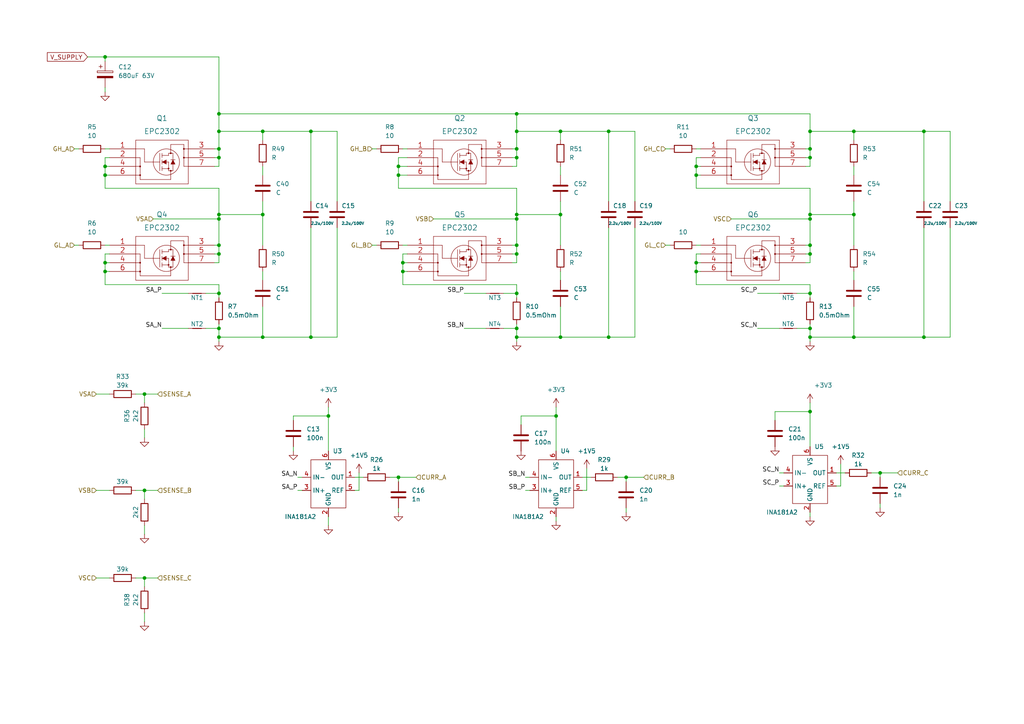
<source format=kicad_sch>
(kicad_sch (version 20211123) (generator eeschema)
  (paper "A4")
  (title_block (title "FROST-ESC") (date "2022-06-24"))
  (lib_symbols
    (symbol "2022-11-21_15-13-14:EPC2302" (pin_names (offset 0.254) hide)
      (property "Reference" "Q" (at 15.24 7.62 0))
      (property "Value" "EPC2302" (at 15.24 5.08 0))
      (symbol "EPC2302_1_1"
        (polyline (pts (xy 7.62 -10.16) (xy 22.86 -10.16)) (stroke (width 0.127)))
        (polyline (pts (xy 7.62 -7.62) (xy 8.89 -7.62)) (stroke (width 0.127)))
        (polyline (pts (xy 7.62 -5.08) (xy 8.89 -5.08)) (stroke (width 0.127)))
        (polyline (pts (xy 7.62 -2.54) (xy 8.89 -2.54)) (stroke (width 0.127)))
        (polyline (pts (xy 7.62 0) (xy 10.16 0)) (stroke (width 0.127)))
        (polyline (pts (xy 7.62 2.54) (xy 7.62 -10.16)) (stroke (width 0.127)))
        (polyline (pts (xy 8.89 -8.89) (xy 17.78 -8.89)) (stroke (width 0.127)))
        (polyline (pts (xy 8.89 -2.54) (xy 8.89 -8.89)) (stroke (width 0.127)))
        (polyline (pts (xy 10.16 -3.81) (xy 14.605 -3.81)) (stroke (width 0.127)))
        (polyline (pts (xy 10.16 0) (xy 10.16 -3.81)) (stroke (width 0.127)))
        (polyline (pts (xy 14.605 -6.35) (xy 14.605 -1.27)) (stroke (width 0.127)))
        (polyline (pts (xy 15.24 -6.35) (xy 15.24 -5.08)) (stroke (width 0.127)))
        (polyline (pts (xy 15.24 -5.715) (xy 17.145 -5.715)) (stroke (width 0.127)))
        (polyline (pts (xy 15.24 -4.445) (xy 15.24 -3.175)) (stroke (width 0.127)))
        (polyline (pts (xy 15.24 -2.54) (xy 15.24 -1.27)) (stroke (width 0.127)))
        (polyline (pts (xy 15.24 -1.905) (xy 17.145 -1.905)) (stroke (width 0.127)))
        (polyline (pts (xy 16.51 -3.81) (xy 17.145 -3.81)) (stroke (width 0.127)))
        (polyline (pts (xy 17.145 -6.35) (xy 17.145 -3.81)) (stroke (width 0.127)))
        (polyline (pts (xy 17.145 -6.35) (xy 18.415 -6.35)) (stroke (width 0.127)))
        (polyline (pts (xy 17.145 -1.905) (xy 17.145 -1.27)) (stroke (width 0.127)))
        (polyline (pts (xy 17.145 -1.27) (xy 18.415 -1.27)) (stroke (width 0.127)))
        (polyline (pts (xy 17.78 -8.89) (xy 17.78 -6.35)) (stroke (width 0.127)))
        (polyline (pts (xy 17.78 1.27) (xy 17.78 -1.27)) (stroke (width 0.127)))
        (polyline (pts (xy 17.78 1.27) (xy 21.59 1.27)) (stroke (width 0.127)))
        (polyline (pts (xy 18.415 -6.35) (xy 18.415 -4.445)) (stroke (width 0.127)))
        (polyline (pts (xy 18.415 -3.175) (xy 18.415 -1.27)) (stroke (width 0.127)))
        (polyline (pts (xy 19.05 -3.175) (xy 17.78 -3.175)) (stroke (width 0.127)))
        (polyline (pts (xy 21.59 -5.08) (xy 21.59 1.27)) (stroke (width 0.127)))
        (polyline (pts (xy 21.59 -5.08) (xy 22.86 -5.08)) (stroke (width 0.127)))
        (polyline (pts (xy 21.59 -2.54) (xy 22.86 -2.54)) (stroke (width 0.127)))
        (polyline (pts (xy 21.59 0) (xy 22.86 0)) (stroke (width 0.127)))
        (polyline (pts (xy 22.86 -10.16) (xy 22.86 2.54)) (stroke (width 0.127)))
        (polyline (pts (xy 22.86 2.54) (xy 7.62 2.54)) (stroke (width 0.127)))
        (polyline (pts (xy 16.51 -3.175) (xy 15.24 -3.81) (xy 16.51 -4.445) (xy 16.51 -3.175)) (stroke (width 0.0254)) (fill (type outline)))
        (polyline (pts (xy 19.05 -4.445) (xy 17.78 -4.445) (xy 18.415 -3.175) (xy 19.05 -4.445)) (stroke (width 0.0254)) (fill (type outline)))
        (arc (start 8.89 -7.747) (mid 8.89 -7.493) (end 8.89 -7.747) (stroke (width 0.254)))
        (circle (center 8.89 -7.62) (radius 0.127) (stroke (width 0.254)))
        (arc (start 8.89 -5.207) (mid 8.89 -4.953) (end 8.89 -5.207) (stroke (width 0.254)))
        (circle (center 8.89 -5.08) (radius 0.127) (stroke (width 0.254)))
        (circle (center 16.51 -3.81) (radius 3.81) (stroke (width 0.127)))
        (circle (center 17.145 -5.715) (radius 0.127) (stroke (width 0.254)))
        (circle (center 17.78 -6.35) (radius 0.127) (stroke (width 0.254)))
        (circle (center 17.78 -1.27) (radius 0.127) (stroke (width 0.254)))
        (arc (start 21.59 -2.667) (mid 21.59 -2.413) (end 21.59 -2.667) (stroke (width 0.254)))
        (circle (center 21.59 -2.54) (radius 0.127) (stroke (width 0.254)))
        (arc (start 21.59 -0.127) (mid 21.59 0.127) (end 21.59 -0.127) (stroke (width 0.254)))
        (circle (center 21.59 0) (radius 0.127) (stroke (width 0.254)))
        (pin unspecified line (at 0 0 0) (length 7.62) (name "1") (number "1"))
        (pin unspecified line (at 0 -2.54 0) (length 7.62) (name "2") (number "2"))
        (pin unspecified line (at 30.48 0 180) (length 7.62) (name "3") (number "3"))
        (pin unspecified line (at 0 -5.08 0) (length 7.62) (name "4") (number "4"))
        (pin unspecified line (at 30.48 -2.54 180) (length 7.62) (name "5") (number "5"))
        (pin unspecified line (at 0 -7.62 0) (length 7.62) (name "6") (number "6"))
        (pin unspecified line (at 30.48 -5.08 180) (length 7.62) (name "7") (number "7"))
      )
    )
    (symbol "Device:C" (pin_numbers hide) (pin_names (offset 0.254))
      (property "Reference" "C" (at 0.635 2.54 0))
      (property "Value" "C" (at 0.635 -2.54 0))
      (symbol "C_0_1"
        (polyline (pts (xy -2.032 -0.762) (xy 2.032 -0.762)) (stroke (width 0.508)))
        (polyline (pts (xy -2.032 0.762) (xy 2.032 0.762)) (stroke (width 0.508)))
      )
      (symbol "C_1_1"
        (pin passive line (at 0 3.81 270) (length 2.794) (name "~") (number "1"))
        (pin passive line (at 0 -3.81 90) (length 2.794) (name "~") (number "2"))
      )
    )
    (symbol "Device:C_Polarized" (pin_numbers hide) (pin_names (offset 0.254))
      (property "Reference" "C" (at 0.635 2.54 0))
      (property "Value" "C_Polarized" (at 0.635 -2.54 0))
      (symbol "C_Polarized_0_1"
        (rectangle (start -2.286 0.508) (end 2.286 1.016))
        (polyline (pts (xy -1.778 2.286) (xy -0.762 2.286)))
        (polyline (pts (xy -1.27 2.794) (xy -1.27 1.778)))
        (rectangle (start 2.286 -0.508) (end -2.286 -1.016) (fill (type outline)))
      )
      (symbol "C_Polarized_1_1"
        (pin passive line (at 0 3.81 270) (length 2.794) (name "~") (number "1"))
        (pin passive line (at 0 -3.81 90) (length 2.794) (name "~") (number "2"))
      )
    )
    (symbol "Device:NetTie_2" (pin_numbers hide) (pin_names (offset 0) hide)
      (property "Reference" "NT" (at 0 1.27 0))
      (property "Value" "NetTie_2" (at 0 -1.27 0))
      (symbol "NetTie_2_0_1"
        (polyline (pts (xy -1.27 0) (xy 1.27 0)) (stroke (width 0.254)))
      )
      (symbol "NetTie_2_1_1"
        (pin passive line (at -2.54 0 0) (length 2.54) (name "1") (number "1"))
        (pin passive line (at 2.54 0 180) (length 2.54) (name "2") (number "2"))
      )
    )
    (symbol "Device:R" (pin_numbers hide) (pin_names (offset 0))
      (property "Reference" "R" (at 2.032 0 90))
      (property "Value" "R" (at 0 0 90))
      (symbol "R_0_1"
        (rectangle (start -1.016 -2.54) (end 1.016 2.54) (stroke (width 0.254)))
      )
      (symbol "R_1_1"
        (pin passive line (at 0 3.81 270) (length 1.27) (name "~") (number "1"))
        (pin passive line (at 0 -3.81 90) (length 1.27) (name "~") (number "2"))
      )
    )
    (symbol "FROST-ESC:INA181"
      (property "Reference" "U" (at -3.81 2.54 0))
      (property "Value" "INA181" (at 5.08 2.54 0))
      (symbol "INA181_0_1"
        (rectangle (start -5.08 1.27) (end 5.08 -12.7))
      )
      (symbol "INA181_1_1"
        (pin output line (at 7.62 -3.81 180) (length 2.54) (name "OUT") (number "1"))
        (pin power_in line (at 0 -15.24 90) (length 2.54) (name "GND") (number "2"))
        (pin input line (at -7.62 -7.62 0) (length 2.54) (name "IN+") (number "3"))
        (pin input line (at -7.62 -3.81 0) (length 2.54) (name "IN-") (number "4"))
        (pin input line (at 7.62 -7.62 180) (length 2.54) (name "REF") (number "5"))
        (pin power_in line (at 0 3.81 270) (length 2.54) (name "VS") (number "6"))
      )
    )
    (symbol "INA181_1"
      (property "Reference" "U" (at -3.81 2.54 0))
      (property "Value" "INA181_1" (at 5.08 2.54 0))
      (symbol "INA181_1_0_1"
        (rectangle (start -5.08 1.27) (end 5.08 -12.7))
      )
      (symbol "INA181_1_1_1"
        (pin output line (at 7.62 -3.81 180) (length 2.54) (name "OUT") (number "1"))
        (pin power_in line (at 0 -15.24 90) (length 2.54) (name "GND") (number "2"))
        (pin input line (at -7.62 -7.62 0) (length 2.54) (name "IN+") (number "3"))
        (pin input line (at -7.62 -3.81 0) (length 2.54) (name "IN-") (number "4"))
        (pin input line (at 7.62 -7.62 180) (length 2.54) (name "REF") (number "5"))
        (pin power_in line (at 0 3.81 270) (length 2.54) (name "VS") (number "6"))
      )
    )
    (symbol "INA181_2"
      (property "Reference" "U" (at -3.81 2.54 0))
      (property "Value" "INA181_2" (at 5.08 2.54 0))
      (symbol "INA181_2_0_1"
        (rectangle (start -5.08 1.27) (end 5.08 -12.7))
      )
      (symbol "INA181_2_1_1"
        (pin output line (at 7.62 -3.81 180) (length 2.54) (name "OUT") (number "1"))
        (pin power_in line (at 0 -15.24 90) (length 2.54) (name "GND") (number "2"))
        (pin input line (at -7.62 -7.62 0) (length 2.54) (name "IN+") (number "3"))
        (pin input line (at -7.62 -3.81 0) (length 2.54) (name "IN-") (number "4"))
        (pin input line (at 7.62 -7.62 180) (length 2.54) (name "REF") (number "5"))
        (pin power_in line (at 0 3.81 270) (length 2.54) (name "VS") (number "6"))
      )
    )
    (symbol "power:+1V5" (power) (pin_names (offset 0))
      (property "Value" "+1V5" (at 0 3.556 0))
      (symbol "+1V5_0_1"
        (polyline (pts (xy -0.762 1.27) (xy 0 2.54)))
        (polyline (pts (xy 0 0) (xy 0 2.54)))
        (polyline (pts (xy 0 2.54) (xy 0.762 1.27)))
      )
      (symbol "+1V5_1_1"
        (pin power_in line (at 0 0 90) (length 0) hide (name "+1V5") (number "1"))
      )
    )
    (symbol "power:+3V3" (power) (pin_names (offset 0))
      (property "Value" "+3V3" (at 0 3.556 0))
      (symbol "+3V3_0_1"
        (polyline (pts (xy -0.762 1.27) (xy 0 2.54)))
        (polyline (pts (xy 0 0) (xy 0 2.54)))
        (polyline (pts (xy 0 2.54) (xy 0.762 1.27)))
      )
      (symbol "+3V3_1_1"
        (pin power_in line (at 0 0 90) (length 0) hide (name "+3V3") (number "1"))
      )
    )
    (symbol "power:GND" (power) (pin_names (offset 0))
      (property "Value" "GND" (at 0 -3.81 0))
      (symbol "GND_0_1"
        (polyline (pts (xy 0 0) (xy 0 -1.27) (xy 1.27 -1.27) (xy 0 -2.54) (xy -1.27 -1.27) (xy 0 -1.27)))
      )
      (symbol "GND_1_1"
        (pin power_in line (at 0 0 270) (length 0) hide (name "GND") (number "1"))
      )
    )
  )
  (junction (at 255.27 137.16))
  (junction (at 30.48 76.2))
  (junction (at 63.5 71.12))
  (junction (at 76.2 62.23))
  (junction (at 234.95 43.18))
  (junction (at 234.95 63.5))
  (junction (at 63.5 73.66))
  (junction (at 115.57 50.8))
  (junction (at 30.48 16.51))
  (junction (at 149.86 95.25))
  (junction (at 149.86 73.66))
  (junction (at 234.95 119.38))
  (junction (at 267.97 97.79))
  (junction (at 149.86 97.79))
  (junction (at 234.95 85.09))
  (junction (at 76.2 97.79))
  (junction (at 201.93 76.2))
  (junction (at 149.86 38.1))
  (junction (at 162.56 62.23))
  (junction (at 149.86 45.72))
  (junction (at 149.86 85.09))
  (junction (at 181.61 138.43))
  (junction (at 63.5 43.18))
  (junction (at 90.17 38.1))
  (junction (at 30.48 78.74))
  (junction (at 63.5 85.09))
  (junction (at 234.95 38.1))
  (junction (at 234.95 45.72))
  (junction (at 41.91 167.64))
  (junction (at 63.5 33.02))
  (junction (at 161.29 120.65))
  (junction (at 247.65 62.23))
  (junction (at 63.5 95.25))
  (junction (at 234.95 73.66))
  (junction (at 247.65 38.1))
  (junction (at 76.2 38.1))
  (junction (at 234.95 71.12))
  (junction (at 201.93 50.8))
  (junction (at 41.91 114.3))
  (junction (at 234.95 97.79))
  (junction (at 115.57 48.26))
  (junction (at 234.95 62.23))
  (junction (at 267.97 38.1))
  (junction (at 63.5 62.23))
  (junction (at 247.65 97.79))
  (junction (at 116.84 76.2))
  (junction (at 41.91 142.24))
  (junction (at 149.86 62.23))
  (junction (at 30.48 50.8))
  (junction (at 63.5 45.72))
  (junction (at 30.48 48.26))
  (junction (at 176.53 97.79))
  (junction (at 162.56 97.79))
  (junction (at 90.17 97.79))
  (junction (at 201.93 48.26))
  (junction (at 149.86 43.18))
  (junction (at 63.5 63.5))
  (junction (at 116.84 78.74))
  (junction (at 63.5 38.1))
  (junction (at 63.5 97.79))
  (junction (at 176.53 38.1))
  (junction (at 162.56 38.1))
  (junction (at 201.93 78.74))
  (junction (at 234.95 95.25))
  (junction (at 149.86 63.5))
  (junction (at 149.86 71.12))
  (junction (at 115.57 138.43))
  (junction (at 95.25 120.65))
  (junction (at 149.86 33.02))
  (wire (pts (xy 115.57 139.7) (xy 115.57 138.43)))
  (wire (pts (xy 86.36 138.43) (xy 87.63 138.43)))
  (wire (pts (xy 162.56 88.9) (xy 162.56 97.79)))
  (wire (pts (xy 267.97 38.1) (xy 247.65 38.1)))
  (wire (pts (xy 234.95 82.55) (xy 201.93 82.55)))
  (wire (pts (xy 76.2 78.74) (xy 76.2 81.28)))
  (wire (pts (xy 97.79 97.79) (xy 90.17 97.79)))
  (wire (pts (xy 115.57 50.8) (xy 115.57 54.61)))
  (wire (pts (xy 233.68 71.12) (xy 234.95 71.12)))
  (wire (pts (xy 63.5 82.55) (xy 63.5 85.09)))
  (wire (pts (xy 149.86 85.09) (xy 149.86 86.36)))
  (wire (pts (xy 162.56 48.26) (xy 162.56 50.8)))
  (wire (pts (xy 30.48 71.12) (xy 31.75 71.12)))
  (wire (pts (xy 184.15 66.04) (xy 184.15 97.79)))
  (wire (pts (xy 224.79 121.92) (xy 224.79 119.38)))
  (wire (pts (xy 30.48 25.4) (xy 30.48 26.67)))
  (wire (pts (xy 201.93 45.72) (xy 201.93 48.26)))
  (wire (pts (xy 193.04 43.18) (xy 194.31 43.18)))
  (wire (pts (xy 95.25 120.65) (xy 85.09 120.65)))
  (wire (pts (xy 161.29 120.65) (xy 161.29 130.81)))
  (wire (pts (xy 212.09 63.5) (xy 234.95 63.5)))
  (wire (pts (xy 161.29 118.11) (xy 161.29 120.65)))
  (wire (pts (xy 184.15 97.79) (xy 176.53 97.79)))
  (wire (pts (xy 62.23 48.26) (xy 63.5 48.26)))
  (wire (pts (xy 242.57 137.16) (xy 245.11 137.16)))
  (wire (pts (xy 116.84 78.74) (xy 116.84 82.55)))
  (wire (pts (xy 107.95 71.12) (xy 109.22 71.12)))
  (wire (pts (xy 115.57 138.43) (xy 120.65 138.43)))
  (wire (pts (xy 90.17 58.42) (xy 90.17 38.1)))
  (wire (pts (xy 149.86 95.25) (xy 149.86 97.79)))
  (wire (pts (xy 234.95 116.84) (xy 234.95 119.38)))
  (wire (pts (xy 115.57 48.26) (xy 118.11 48.26)))
  (wire (pts (xy 85.09 121.92) (xy 85.09 120.65)))
  (wire (pts (xy 149.86 97.79) (xy 149.86 99.06)))
  (wire (pts (xy 149.86 76.2) (xy 149.86 73.66)))
  (wire (pts (xy 275.59 97.79) (xy 267.97 97.79)))
  (wire (pts (xy 63.5 73.66) (xy 63.5 71.12)))
  (wire (pts (xy 234.95 148.59) (xy 234.95 149.86)))
  (wire (pts (xy 41.91 142.24) (xy 45.72 142.24)))
  (wire (pts (xy 149.86 62.23) (xy 162.56 62.23)))
  (wire (pts (xy 30.48 16.51) (xy 25.4 16.51)))
  (wire (pts (xy 247.65 38.1) (xy 247.65 40.64)))
  (wire (pts (xy 148.59 48.26) (xy 149.86 48.26)))
  (wire (pts (xy 30.48 16.51) (xy 30.48 17.78)))
  (wire (pts (xy 247.65 38.1) (xy 234.95 38.1)))
  (wire (pts (xy 161.29 149.86) (xy 161.29 151.13)))
  (wire (pts (xy 201.93 54.61) (xy 234.95 54.61)))
  (wire (pts (xy 234.95 119.38) (xy 234.95 129.54)))
  (wire (pts (xy 234.95 97.79) (xy 234.95 99.06)))
  (wire (pts (xy 168.91 138.43) (xy 171.45 138.43)))
  (wire (pts (xy 149.86 62.23) (xy 149.86 63.5)))
  (wire (pts (xy 233.68 76.2) (xy 234.95 76.2)))
  (wire (pts (xy 234.95 62.23) (xy 234.95 63.5)))
  (wire (pts (xy 115.57 54.61) (xy 149.86 54.61)))
  (wire (pts (xy 30.48 73.66) (xy 30.48 76.2)))
  (wire (pts (xy 146.05 85.09) (xy 149.86 85.09)))
  (wire (pts (xy 275.59 66.04) (xy 275.59 97.79)))
  (wire (pts (xy 234.95 33.02) (xy 234.95 38.1)))
  (wire (pts (xy 176.53 38.1) (xy 162.56 38.1)))
  (wire (pts (xy 201.93 73.66) (xy 201.93 76.2)))
  (wire (pts (xy 243.84 134.62) (xy 243.84 140.97)))
  (wire (pts (xy 231.14 95.25) (xy 234.95 95.25)))
  (wire (pts (xy 31.75 73.66) (xy 30.48 73.66)))
  (wire (pts (xy 90.17 97.79) (xy 76.2 97.79)))
  (wire (pts (xy 176.53 58.42) (xy 176.53 38.1)))
  (wire (pts (xy 231.14 85.09) (xy 234.95 85.09)))
  (wire (pts (xy 162.56 62.23) (xy 162.56 71.12)))
  (wire (pts (xy 203.2 45.72) (xy 201.93 45.72)))
  (wire (pts (xy 41.91 152.4) (xy 41.91 154.94)))
  (wire (pts (xy 31.75 50.8) (xy 30.48 50.8)))
  (wire (pts (xy 193.04 71.12) (xy 194.31 71.12)))
  (wire (pts (xy 90.17 66.04) (xy 90.17 97.79)))
  (wire (pts (xy 30.48 50.8) (xy 30.48 48.26)))
  (wire (pts (xy 176.53 97.79) (xy 162.56 97.79)))
  (wire (pts (xy 63.5 76.2) (xy 63.5 73.66)))
  (wire (pts (xy 115.57 50.8) (xy 115.57 48.26)))
  (wire (pts (xy 116.84 43.18) (xy 118.11 43.18)))
  (wire (pts (xy 30.48 76.2) (xy 31.75 76.2)))
  (wire (pts (xy 115.57 45.72) (xy 115.57 48.26)))
  (wire (pts (xy 41.91 167.64) (xy 41.91 170.18)))
  (wire (pts (xy 63.5 63.5) (xy 63.5 71.12)))
  (wire (pts (xy 275.59 38.1) (xy 275.59 58.42)))
  (wire (pts (xy 63.5 16.51) (xy 63.5 33.02)))
  (wire (pts (xy 233.68 43.18) (xy 234.95 43.18)))
  (wire (pts (xy 118.11 73.66) (xy 116.84 73.66)))
  (wire (pts (xy 59.69 95.25) (xy 63.5 95.25)))
  (wire (pts (xy 41.91 114.3) (xy 45.72 114.3)))
  (wire (pts (xy 46.99 95.25) (xy 54.61 95.25)))
  (wire (pts (xy 255.27 137.16) (xy 260.35 137.16)))
  (wire (pts (xy 63.5 38.1) (xy 63.5 33.02)))
  (wire (pts (xy 201.93 82.55) (xy 201.93 78.74)))
  (wire (pts (xy 41.91 142.24) (xy 41.91 144.78)))
  (wire (pts (xy 41.91 167.64) (xy 45.72 167.64)))
  (wire (pts (xy 63.5 62.23) (xy 63.5 54.61)))
  (wire (pts (xy 21.59 43.18) (xy 22.86 43.18)))
  (wire (pts (xy 116.84 73.66) (xy 116.84 76.2)))
  (wire (pts (xy 146.05 95.25) (xy 149.86 95.25)))
  (wire (pts (xy 234.95 95.25) (xy 234.95 97.79)))
  (wire (pts (xy 86.36 142.24) (xy 87.63 142.24)))
  (wire (pts (xy 63.5 38.1) (xy 76.2 38.1)))
  (wire (pts (xy 162.56 78.74) (xy 162.56 81.28)))
  (wire (pts (xy 234.95 63.5) (xy 234.95 71.12)))
  (wire (pts (xy 76.2 58.42) (xy 76.2 62.23)))
  (wire (pts (xy 267.97 58.42) (xy 267.97 38.1)))
  (wire (pts (xy 247.65 88.9) (xy 247.65 97.79)))
  (wire (pts (xy 234.95 45.72) (xy 234.95 43.18)))
  (wire (pts (xy 234.95 76.2) (xy 234.95 73.66)))
  (wire (pts (xy 30.48 43.18) (xy 31.75 43.18)))
  (wire (pts (xy 201.93 43.18) (xy 203.2 43.18)))
  (wire (pts (xy 30.48 16.51) (xy 63.5 16.51)))
  (wire (pts (xy 224.79 119.38) (xy 234.95 119.38)))
  (wire (pts (xy 149.86 33.02) (xy 149.86 38.1)))
  (wire (pts (xy 134.62 85.09) (xy 140.97 85.09)))
  (wire (pts (xy 85.09 129.54) (xy 85.09 130.81)))
  (wire (pts (xy 255.27 137.16) (xy 252.73 137.16)))
  (wire (pts (xy 116.84 76.2) (xy 118.11 76.2)))
  (wire (pts (xy 30.48 45.72) (xy 30.48 48.26)))
  (wire (pts (xy 234.95 93.98) (xy 234.95 95.25)))
  (wire (pts (xy 201.93 48.26) (xy 203.2 48.26)))
  (wire (pts (xy 118.11 78.74) (xy 116.84 78.74)))
  (wire (pts (xy 31.75 45.72) (xy 30.48 45.72)))
  (wire (pts (xy 203.2 50.8) (xy 201.93 50.8)))
  (wire (pts (xy 255.27 146.05) (xy 255.27 147.32)))
  (wire (pts (xy 247.65 58.42) (xy 247.65 62.23)))
  (wire (pts (xy 63.5 97.79) (xy 63.5 99.06)))
  (wire (pts (xy 234.95 62.23) (xy 247.65 62.23)))
  (wire (pts (xy 118.11 45.72) (xy 115.57 45.72)))
  (wire (pts (xy 247.65 62.23) (xy 247.65 71.12)))
  (wire (pts (xy 234.95 38.1) (xy 234.95 43.18)))
  (wire (pts (xy 46.99 85.09) (xy 54.61 85.09)))
  (wire (pts (xy 76.2 97.79) (xy 63.5 97.79)))
  (wire (pts (xy 149.86 82.55) (xy 149.86 85.09)))
  (wire (pts (xy 151.13 120.65) (xy 161.29 120.65)))
  (wire (pts (xy 107.95 43.18) (xy 109.22 43.18)))
  (wire (pts (xy 39.37 142.24) (xy 41.91 142.24)))
  (wire (pts (xy 170.18 135.89) (xy 170.18 142.24)))
  (wire (pts (xy 116.84 78.74) (xy 116.84 76.2)))
  (wire (pts (xy 62.23 45.72) (xy 63.5 45.72)))
  (wire (pts (xy 203.2 78.74) (xy 201.93 78.74)))
  (wire (pts (xy 233.68 45.72) (xy 234.95 45.72)))
  (wire (pts (xy 267.97 97.79) (xy 247.65 97.79)))
  (wire (pts (xy 201.93 78.74) (xy 201.93 76.2)))
  (wire (pts (xy 63.5 62.23) (xy 63.5 63.5)))
  (wire (pts (xy 201.93 71.12) (xy 203.2 71.12)))
  (wire (pts (xy 148.59 76.2) (xy 149.86 76.2)))
  (wire (pts (xy 149.86 54.61) (xy 149.86 62.23)))
  (wire (pts (xy 63.5 43.18) (xy 63.5 38.1)))
  (wire (pts (xy 116.84 82.55) (xy 149.86 82.55)))
  (wire (pts (xy 181.61 138.43) (xy 186.69 138.43)))
  (wire (pts (xy 104.14 137.16) (xy 104.14 142.24)))
  (wire (pts (xy 31.75 78.74) (xy 30.48 78.74)))
  (wire (pts (xy 44.45 63.5) (xy 63.5 63.5)))
  (wire (pts (xy 234.95 85.09) (xy 234.95 82.55)))
  (wire (pts (xy 63.5 95.25) (xy 63.5 97.79)))
  (wire (pts (xy 125.73 63.5) (xy 149.86 63.5)))
  (wire (pts (xy 247.65 78.74) (xy 247.65 81.28)))
  (wire (pts (xy 63.5 45.72) (xy 63.5 43.18)))
  (wire (pts (xy 234.95 48.26) (xy 234.95 45.72)))
  (wire (pts (xy 116.84 71.12) (xy 118.11 71.12)))
  (wire (pts (xy 151.13 123.19) (xy 151.13 120.65)))
  (wire (pts (xy 226.06 137.16) (xy 227.33 137.16)))
  (wire (pts (xy 234.95 54.61) (xy 234.95 62.23)))
  (wire (pts (xy 21.59 71.12) (xy 22.86 71.12)))
  (wire (pts (xy 76.2 38.1) (xy 90.17 38.1)))
  (wire (pts (xy 162.56 97.79) (xy 149.86 97.79)))
  (wire (pts (xy 95.25 118.11) (xy 95.25 120.65)))
  (wire (pts (xy 41.91 114.3) (xy 41.91 116.84)))
  (wire (pts (xy 95.25 120.65) (xy 95.25 130.81)))
  (wire (pts (xy 149.86 45.72) (xy 149.86 43.18)))
  (wire (pts (xy 247.65 97.79) (xy 234.95 97.79)))
  (wire (pts (xy 152.4 138.43) (xy 153.67 138.43)))
  (wire (pts (xy 203.2 73.66) (xy 201.93 73.66)))
  (wire (pts (xy 118.11 50.8) (xy 115.57 50.8)))
  (wire (pts (xy 63.5 82.55) (xy 30.48 82.55)))
  (wire (pts (xy 76.2 62.23) (xy 76.2 71.12)))
  (wire (pts (xy 148.59 73.66) (xy 149.86 73.66)))
  (wire (pts (xy 62.23 73.66) (xy 63.5 73.66)))
  (wire (pts (xy 267.97 38.1) (xy 275.59 38.1)))
  (wire (pts (xy 134.62 95.25) (xy 140.97 95.25)))
  (wire (pts (xy 76.2 48.26) (xy 76.2 50.8)))
  (wire (pts (xy 181.61 138.43) (xy 179.07 138.43)))
  (wire (pts (xy 219.71 85.09) (xy 226.06 85.09)))
  (wire (pts (xy 219.71 95.25) (xy 226.06 95.25)))
  (wire (pts (xy 149.86 33.02) (xy 234.95 33.02)))
  (wire (pts (xy 242.57 140.97) (xy 243.84 140.97)))
  (wire (pts (xy 115.57 147.32) (xy 115.57 148.59)))
  (wire (pts (xy 63.5 93.98) (xy 63.5 95.25)))
  (wire (pts (xy 97.79 66.04) (xy 97.79 97.79)))
  (wire (pts (xy 148.59 45.72) (xy 149.86 45.72)))
  (wire (pts (xy 201.93 76.2) (xy 203.2 76.2)))
  (wire (pts (xy 39.37 114.3) (xy 41.91 114.3)))
  (wire (pts (xy 201.93 50.8) (xy 201.93 54.61)))
  (wire (pts (xy 30.48 48.26) (xy 31.75 48.26)))
  (wire (pts (xy 148.59 71.12) (xy 149.86 71.12)))
  (wire (pts (xy 233.68 48.26) (xy 234.95 48.26)))
  (wire (pts (xy 233.68 73.66) (xy 234.95 73.66)))
  (wire (pts (xy 149.86 38.1) (xy 149.86 43.18)))
  (wire (pts (xy 152.4 142.24) (xy 153.67 142.24)))
  (wire (pts (xy 41.91 177.8) (xy 41.91 180.34)))
  (wire (pts (xy 149.86 73.66) (xy 149.86 71.12)))
  (wire (pts (xy 102.87 138.43) (xy 105.41 138.43)))
  (wire (pts (xy 162.56 38.1) (xy 162.56 40.64)))
  (wire (pts (xy 59.69 85.09) (xy 63.5 85.09)))
  (wire (pts (xy 102.87 142.24) (xy 104.14 142.24)))
  (wire (pts (xy 63.5 85.09) (xy 63.5 86.36)))
  (wire (pts (xy 76.2 88.9) (xy 76.2 97.79)))
  (wire (pts (xy 181.61 139.7) (xy 181.61 138.43)))
  (wire (pts (xy 76.2 62.23) (xy 63.5 62.23)))
  (wire (pts (xy 97.79 38.1) (xy 90.17 38.1)))
  (wire (pts (xy 234.95 73.66) (xy 234.95 71.12)))
  (wire (pts (xy 30.48 82.55) (xy 30.48 78.74)))
  (wire (pts (xy 27.94 142.24) (xy 31.75 142.24)))
  (wire (pts (xy 30.48 78.74) (xy 30.48 76.2)))
  (wire (pts (xy 176.53 38.1) (xy 184.15 38.1)))
  (wire (pts (xy 149.86 93.98) (xy 149.86 95.25)))
  (wire (pts (xy 267.97 66.04) (xy 267.97 97.79)))
  (wire (pts (xy 30.48 54.61) (xy 30.48 50.8)))
  (wire (pts (xy 247.65 48.26) (xy 247.65 50.8)))
  (wire (pts (xy 115.57 138.43) (xy 113.03 138.43)))
  (wire (pts (xy 39.37 167.64) (xy 41.91 167.64)))
  (wire (pts (xy 255.27 138.43) (xy 255.27 137.16)))
  (wire (pts (xy 176.53 66.04) (xy 176.53 97.79)))
  (wire (pts (xy 201.93 50.8) (xy 201.93 48.26)))
  (wire (pts (xy 162.56 58.42) (xy 162.56 62.23)))
  (wire (pts (xy 181.61 147.32) (xy 181.61 148.59)))
  (wire (pts (xy 226.06 140.97) (xy 227.33 140.97)))
  (wire (pts (xy 63.5 54.61) (xy 30.48 54.61)))
  (wire (pts (xy 62.23 76.2) (xy 63.5 76.2)))
  (wire (pts (xy 62.23 43.18) (xy 63.5 43.18)))
  (wire (pts (xy 168.91 142.24) (xy 170.18 142.24)))
  (wire (pts (xy 97.79 58.42) (xy 97.79 38.1)))
  (wire (pts (xy 149.86 48.26) (xy 149.86 45.72)))
  (wire (pts (xy 41.91 124.46) (xy 41.91 127)))
  (wire (pts (xy 63.5 33.02) (xy 149.86 33.02)))
  (wire (pts (xy 149.86 63.5) (xy 149.86 71.12)))
  (wire (pts (xy 63.5 48.26) (xy 63.5 45.72)))
  (wire (pts (xy 27.94 167.64) (xy 31.75 167.64)))
  (wire (pts (xy 162.56 38.1) (xy 149.86 38.1)))
  (wire (pts (xy 27.94 114.3) (xy 31.75 114.3)))
  (wire (pts (xy 95.25 149.86) (xy 95.25 152.4)))
  (wire (pts (xy 62.23 71.12) (xy 63.5 71.12)))
  (wire (pts (xy 148.59 43.18) (xy 149.86 43.18)))
  (wire (pts (xy 184.15 38.1) (xy 184.15 58.42)))
  (wire (pts (xy 76.2 38.1) (xy 76.2 40.64)))
  (wire (pts (xy 234.95 85.09) (xy 234.95 86.36)))
  (label "SA_P" (at 86.36 142.24 180))
  (label "SA_P" (at 46.99 85.09 180))
  (label "SA_N" (at 46.99 95.25 180))
  (label "SC_N" (at 226.06 137.16 180))
  (label "SB_N" (at 134.62 95.25 180))
  (label "SC_P" (at 219.71 85.09 180))
  (label "SB_P" (at 134.62 85.09 180))
  (label "SA_N" (at 86.36 138.43 180))
  (label "SC_N" (at 219.71 95.25 180))
  (label "SB_N" (at 152.4 138.43 180))
  (label "SB_P" (at 152.4 142.24 180))
  (label "SC_P" (at 226.06 140.97 180))
  (global_label "V_SUPPLY" (shape input) (at 25.4 16.51 180) (property "Intersheet References" "${INTERSHEET_REFS}" (effects hide)))
  (hierarchical_label "SENSE_B" (shape input) (at 45.72 142.24 0))
  (hierarchical_label "VSB" (shape input) (at 125.73 63.5 180))
  (hierarchical_label "SENSE_C" (shape input) (at 45.72 167.64 0))
  (hierarchical_label "GL_C" (shape input) (at 193.04 71.12 180))
  (hierarchical_label "VSC" (shape input) (at 212.09 63.5 180))
  (hierarchical_label "CURR_B" (shape input) (at 186.69 138.43 0))
  (hierarchical_label "VSA" (shape input) (at 44.45 63.5 180))
  (hierarchical_label "GL_B" (shape input) (at 107.95 71.12 180))
  (hierarchical_label "CURR_C" (shape input) (at 260.35 137.16 0))
  (hierarchical_label "GH_B" (shape input) (at 107.95 43.18 180))
  (hierarchical_label "VSC" (shape input) (at 27.94 167.64 180))
  (hierarchical_label "GH_A" (shape input) (at 21.59 43.18 180))
  (hierarchical_label "VSB" (shape input) (at 27.94 142.24 180))
  (hierarchical_label "VSA" (shape input) (at 27.94 114.3 180))
  (hierarchical_label "SENSE_A" (shape input) (at 45.72 114.3 0))
  (hierarchical_label "GL_A" (shape input) (at 21.59 71.12 180))
  (hierarchical_label "CURR_A" (shape input) (at 120.65 138.43 0))
  (hierarchical_label "GH_C" (shape input) (at 193.04 43.18 180))
  (symbol (lib_id "Device:C") (at 181.61 143.51 0) (unit 1)
    (property "Reference" "C20" (at 185.42 142.2399 0) (effects (justify left)))
    (property "Value" "1n" (at 185.42 144.7799 0) (effects (justify left)))
    (property "Footprint" "Capacitor_SMD:C_0805_2012Metric" (effects hide))
    (property "LCSC" "C344180" (effects hide))
  )
  (symbol (lib_id "power:GND") (at 149.86 99.06 0) (unit 1)
    (property "Reference" "#PWR024" (effects hide))
    (property "Value" "GND" (effects hide))
  )
  (symbol (lib_id "power:GND") (at 234.95 149.86 0) (unit 1)
    (property "Reference" "#PWR056" (effects hide))
    (property "Value" "GND" (effects hide))
  )
  (symbol (lib_id "Device:R") (at 247.65 44.45 0) (unit 1)
    (property "Reference" "R53" (at 250.19 43.1799 0) (effects (justify left)))
    (property "Value" "R" (at 250.19 45.7199 0) (effects (justify left)))
    (property "Footprint" "Resistor_SMD:R_0805_2012Metric" (effects hide))
  )
  (symbol (lib_id "Device:C") (at 162.56 54.61 0) (unit 1)
    (property "Reference" "C52" (at 166.37 53.3399 0) (effects (justify left)))
    (property "Value" "C" (at 166.37 55.8799 0) (effects (justify left)))
    (property "Footprint" "Capacitor_SMD:C_0805_2012Metric" (effects hide))
  )
  (symbol (lib_id "power:+3V3") (at 95.25 118.11 0) (unit 1)
    (property "Reference" "#PWR021" (effects hide))
    (property "Value" "+3V3" (at 95.25 113.03 0))
  )
  (symbol (lib_id "power:GND") (at 115.57 148.59 0) (unit 1)
    (property "Reference" "#PWR026" (effects hide))
    (property "Value" "GND" (effects hide))
  )
  (symbol (lib_id "power:GND") (at 63.5 99.06 0) (unit 1)
    (property "Reference" "#PWR020" (effects hide))
    (property "Value" "GND" (effects hide))
  )
  (symbol (lib_id "Device:NetTie_2") (at 228.6 85.09 0) (unit 1)
    (property "Reference" "NT5" (at 228.6 86.36 0))
    (property "Value" "NetTie_2" (effects hide))
    (property "Footprint" "NetTie:NetTie-2_SMD_Pad0.5mm" (effects hide))
  )
  (symbol (lib_id "power:GND") (at 255.27 147.32 0) (unit 1)
    (property "Reference" "#PWR063" (effects hide))
    (property "Value" "GND" (effects hide))
  )
  (symbol (lib_id "Device:C") (at 90.17 62.23 0) (unit 1)
    (property "Reference" "C14" (at 91.44 59.69 0) (effects (justify left)))
    (property "Value" "2.2u/100V" (at 90.17 64.77 0) (effects (font (size 0.8 0.8)) (justify left)))
    (property "Footprint" "Capacitor_SMD:C_1210_3225Metric" (effects hide))
    (property "LCSC" "C412614" (effects hide))
    (property "Manufacture Part Number" "C3225X7R2A225KT5L0U" (effects hide))
  )
  (symbol (lib_id "Device:R") (at 247.65 74.93 0) (unit 1)
    (property "Reference" "R54" (at 250.19 73.6599 0) (effects (justify left)))
    (property "Value" "R" (at 250.19 76.1999 0) (effects (justify left)))
    (property "Footprint" "Resistor_SMD:R_0805_2012Metric" (effects hide))
  )
  (symbol (lib_id "Device:R") (at 149.86 90.17 0) (mirror y) (unit 1)
    (property "Reference" "R10" (at 152.4 88.8999 0) (effects (justify right)))
    (property "Value" "0.5mOhm" (at 152.4 91.4399 0) (effects (justify right)))
    (property "Footprint" "Resistor_SMD:R_2512_6332Metric" (effects hide))
    (property "LCSC" " C500611" (effects hide))
  )
  (symbol (lib_id "Device:NetTie_2") (at 228.6 95.25 0) (unit 1)
    (property "Reference" "NT6" (at 228.6 93.98 0))
    (property "Value" "NetTie_2" (effects hide))
    (property "Footprint" "NetTie:NetTie-2_SMD_Pad0.5mm" (effects hide))
  )
  (symbol (lib_id "Device:R") (at 35.56 167.64 90) (unit 1)
    (property "Reference" "R35" (effects hide))
    (property "Value" "39k" (at 35.56 165.1 90))
    (property "Footprint" "Resistor_SMD:R_0805_2012Metric" (effects hide))
    (property "LCSC" "C230641" (effects hide))
  )
  (symbol (lib_id "Device:R") (at 198.12 71.12 90) (unit 1)
    (property "Reference" "R12" (effects hide))
    (property "Value" "10" (at 198.12 67.31 90))
    (property "Footprint" "Resistor_SMD:R_0805_2012Metric" (effects hide))
    (property "LCSC" "C96347" (effects hide))
  )
  (symbol (lib_id "Device:C") (at 97.79 62.23 0) (unit 1)
    (property "Reference" "C15" (at 99.06 59.69 0) (effects (justify left)))
    (property "Value" "2.2u/100V" (at 99.06 64.77 0) (effects (font (size 0.8 0.8)) (justify left)))
    (property "Footprint" "Capacitor_SMD:C_1210_3225Metric" (effects hide))
    (property "LCSC" "C412614" (effects hide))
    (property "Manufacture Part Number" "C3225X7R2A225KT5L0U" (effects hide))
  )
  (symbol (lib_id "Device:R") (at 234.95 90.17 0) (mirror y) (unit 1)
    (property "Reference" "R13" (at 237.49 88.8999 0) (effects (justify right)))
    (property "Value" "0.5mOhm" (at 237.49 91.4399 0) (effects (justify right)))
    (property "Footprint" "Resistor_SMD:R_2512_6332Metric" (effects hide))
    (property "LCSC" " C500611" (effects hide))
  )
  (symbol (lib_id "Device:R") (at 41.91 173.99 180) (unit 1)
    (property "Reference" "R38" (at 36.83 173.99 90))
    (property "Value" "2k2" (at 39.37 173.99 90))
    (property "Footprint" "Resistor_SMD:R_0805_2012Metric" (effects hide))
    (property "LCSC" "C2907234" (effects hide))
  )
  (symbol (lib_id "2022-11-21_15-13-14:EPC2302") (at 203.2 71.12 0) (unit 1)
    (property "Reference" "Q6" (at 218.44 62.23 0) (effects (font (size 1.524 1.524))))
    (property "Value" "EPC2302" (at 218.44 66.04 0) (effects (font (size 1.524 1.524))))
    (property "Footprint" "epc2:EPC2302" (effects hide))
  )
  (symbol (lib_id "power:+1V5") (at 104.14 137.16 0) (unit 1)
    (property "Reference" "#PWR0107" (effects hide))
    (property "Value" "+1V5" (at 104.14 132.08 0))
  )
  (symbol (lib_id "Device:C_Polarized") (at 30.48 21.59 0) (unit 1)
    (property "Reference" "C12" (at 34.29 19.4309 0) (effects (justify left)))
    (property "Value" "680uF 63V" (at 34.29 21.9709 0) (effects (justify left)))
    (property "Footprint" "Capacitor_THT:CP_Radial_D10.0mm_P5.00mm" (effects hide))
    (property "LCSC" "C178687" (effects hide))
    (property "Manufacture Part Number" " EEUFS1J561" (effects hide))
  )
  (symbol (lib_id "Device:R") (at 248.92 137.16 90) (unit 1)
    (property "Reference" "R32" (at 248.92 132.08 90))
    (property "Value" "1k" (at 248.92 134.62 90))
    (property "Footprint" "Resistor_SMD:R_0805_2012Metric" (effects hide))
    (property "LCSC" "C79496" (effects hide))
  )
  (symbol (lib_id "power:GND") (at 224.79 129.54 0) (unit 1)
    (property "Reference" "#PWR045" (effects hide))
    (property "Value" "GND" (effects hide))
  )
  (symbol (lib_id "power:+1V5") (at 243.84 134.62 0) (unit 1)
    (property "Reference" "#PWR0109" (effects hide))
    (property "Value" "+1V5" (at 243.84 129.54 0))
  )
  (symbol (lib_id "power:+1V5") (at 170.18 135.89 0) (unit 1)
    (property "Reference" "#PWR0108" (effects hide))
    (property "Value" "+1V5" (at 170.18 130.81 0))
  )
  (symbol (lib_id "Device:C") (at 162.56 85.09 0) (unit 1)
    (property "Reference" "C53" (at 166.37 83.8199 0) (effects (justify left)))
    (property "Value" "C" (at 166.37 86.3599 0) (effects (justify left)))
    (property "Footprint" "Capacitor_SMD:C_0805_2012Metric" (effects hide))
  )
  (symbol (lib_id "FROST-ESC:INA181") (at 95.25 134.62 0) (unit 1)
    (property "Reference" "U3" (at 96.52 130.81 0) (effects (justify left)))
    (property "Value" "INA181A2" (at 82.55 149.86 0) (effects (justify left)))
    (property "Footprint" "Package_TO_SOT_SMD:SOT-23-6" (effects hide))
    (property "LCSC" "C2058784" (effects hide))
  )
  (symbol (lib_id "2022-11-21_15-13-14:EPC2302") (at 118.11 71.12 0) (unit 1)
    (property "Reference" "Q5" (at 133.35 62.23 0) (effects (font (size 1.524 1.524))))
    (property "Value" "EPC2302" (at 133.35 66.04 0) (effects (font (size 1.524 1.524))))
    (property "Footprint" "epc2:EPC2302" (effects hide))
  )
  (symbol (lib_id "Device:C") (at 247.65 54.61 0) (unit 1)
    (property "Reference" "C54" (at 251.46 53.3399 0) (effects (justify left)))
    (property "Value" "C" (at 251.46 55.8799 0) (effects (justify left)))
    (property "Footprint" "Capacitor_SMD:C_0805_2012Metric" (effects hide))
  )
  (symbol (lib_id "Device:C") (at 255.27 142.24 0) (unit 1)
    (property "Reference" "C24" (at 259.08 140.9699 0) (effects (justify left)))
    (property "Value" "1n" (at 259.08 143.5099 0) (effects (justify left)))
    (property "Footprint" "Capacitor_SMD:C_0805_2012Metric" (effects hide))
    (property "LCSC" "C344180" (effects hide))
  )
  (symbol (lib_id "Device:R") (at 162.56 74.93 0) (unit 1)
    (property "Reference" "R52" (at 165.1 73.6599 0) (effects (justify left)))
    (property "Value" "R" (at 165.1 76.1999 0) (effects (justify left)))
    (property "Footprint" "Resistor_SMD:R_0805_2012Metric" (effects hide))
  )
  (symbol (lib_id "power:GND") (at 41.91 154.94 0) (unit 1)
    (property "Reference" "#PWR065" (effects hide))
    (property "Value" "GND" (effects hide))
  )
  (symbol (lib_id "power:GND") (at 41.91 180.34 0) (unit 1)
    (property "Reference" "#PWR066" (effects hide))
    (property "Value" "GND" (effects hide))
  )
  (symbol (lib_id "power:GND") (at 85.09 130.81 0) (unit 1)
    (property "Reference" "#PWR023" (effects hide))
    (property "Value" "GND" (effects hide))
  )
  (symbol (lib_id "Device:NetTie_2") (at 143.51 95.25 0) (unit 1)
    (property "Reference" "NT4" (at 143.51 93.98 0))
    (property "Value" "NetTie_2" (effects hide))
    (property "Footprint" "NetTie:NetTie-2_SMD_Pad0.5mm" (effects hide))
  )
  (symbol (lib_id "Device:R") (at 113.03 43.18 90) (unit 1)
    (property "Reference" "R8" (at 113.03 36.83 90))
    (property "Value" "10" (at 113.03 39.37 90))
    (property "Footprint" "Resistor_SMD:R_0805_2012Metric" (effects hide))
    (property "LCSC" "C96347" (effects hide))
  )
  (symbol (lib_id "2022-11-21_15-13-14:EPC2302") (at 203.2 43.18 0) (unit 1)
    (property "Reference" "Q3" (at 218.44 34.29 0) (effects (font (size 1.524 1.524))))
    (property "Value" "EPC2302" (at 218.44 38.1 0) (effects (font (size 1.524 1.524))))
    (property "Footprint" "epc2:EPC2302" (effects hide))
  )
  (symbol (lib_id "Device:R") (at 198.12 43.18 90) (unit 1)
    (property "Reference" "R11" (at 198.12 36.83 90))
    (property "Value" "10" (at 198.12 39.37 90))
    (property "Footprint" "Resistor_SMD:R_0805_2012Metric" (effects hide))
    (property "LCSC" "C96347" (effects hide))
  )
  (symbol (lib_id "Device:R") (at 175.26 138.43 90) (unit 1)
    (property "Reference" "R29" (at 175.26 133.35 90))
    (property "Value" "1k" (at 175.26 135.89 90))
    (property "Footprint" "Resistor_SMD:R_0805_2012Metric" (effects hide))
    (property "LCSC" "C79496" (effects hide))
  )
  (symbol (lib_id "Device:C") (at 176.53 62.23 0) (unit 1)
    (property "Reference" "C18" (at 177.8 59.69 0) (effects (justify left)))
    (property "Value" "2.2u/100V" (at 176.53 64.77 0) (effects (font (size 0.8 0.8)) (justify left)))
    (property "Footprint" "Capacitor_SMD:C_1210_3225Metric" (effects hide))
    (property "LCSC" "C412614" (effects hide))
    (property "Manufacture Part Number" "C3225X7R2A225KT5L0U" (effects hide))
  )
  (symbol (lib_id "Device:NetTie_2") (at 57.15 95.25 0) (unit 1)
    (property "Reference" "NT2" (at 57.15 93.98 0))
    (property "Value" "NetTie_2" (effects hide))
    (property "Footprint" "NetTie:NetTie-2_SMD_Pad0.5mm" (effects hide))
  )
  (symbol (lib_id "Device:C") (at 247.65 85.09 0) (unit 1)
    (property "Reference" "C55" (at 251.46 83.8199 0) (effects (justify left)))
    (property "Value" "C" (at 251.46 86.3599 0) (effects (justify left)))
    (property "Footprint" "Capacitor_SMD:C_0805_2012Metric" (effects hide))
  )
  (symbol (lib_id "power:GND") (at 151.13 130.81 0) (unit 1)
    (property "Reference" "#PWR027" (effects hide))
    (property "Value" "GND" (effects hide))
  )
  (symbol (lib_id "power:GND") (at 95.25 152.4 0) (unit 1)
    (property "Reference" "#PWR022" (effects hide))
    (property "Value" "GND" (effects hide))
  )
  (symbol (lib_id "Device:R") (at 109.22 138.43 90) (unit 1)
    (property "Reference" "R26" (at 109.22 133.35 90))
    (property "Value" "1k" (at 109.22 135.89 90))
    (property "Footprint" "Resistor_SMD:R_0805_2012Metric" (effects hide))
    (property "LCSC" "C79496" (effects hide))
  )
  (symbol (lib_id "Device:R") (at 41.91 120.65 180) (unit 1)
    (property "Reference" "R36" (at 36.83 120.65 90))
    (property "Value" "2k2" (at 39.37 120.65 90))
    (property "Footprint" "Resistor_SMD:R_0805_2012Metric" (effects hide))
    (property "LCSC" "C2907234" (effects hide))
  )
  (symbol (lib_id "Device:C") (at 76.2 54.61 0) (unit 1)
    (property "Reference" "C40" (at 80.01 53.3399 0) (effects (justify left)))
    (property "Value" "C" (at 80.01 55.8799 0) (effects (justify left)))
    (property "Footprint" "Capacitor_SMD:C_0805_2012Metric" (effects hide))
  )
  (symbol (lib_id "Device:R") (at 35.56 142.24 90) (unit 1)
    (property "Reference" "R34" (effects hide))
    (property "Value" "39k" (at 35.56 139.7 90))
    (property "Footprint" "Resistor_SMD:R_0805_2012Metric" (effects hide))
    (property "LCSC" "C230641" (effects hide))
  )
  (symbol (lib_id "power:GND") (at 234.95 99.06 0) (unit 1)
    (property "Reference" "#PWR028" (effects hide))
    (property "Value" "GND" (effects hide))
  )
  (symbol (lib_id "Device:C") (at 224.79 125.73 0) (unit 1)
    (property "Reference" "C21" (at 228.6 124.4599 0) (effects (justify left)))
    (property "Value" "100n" (at 228.6 126.9999 0) (effects (justify left)))
    (property "Footprint" "Capacitor_SMD:C_0805_2012Metric" (effects hide))
    (property "LCSC" "C344180" (effects hide))
  )
  (symbol (lib_id "Device:NetTie_2") (at 143.51 85.09 0) (unit 1)
    (property "Reference" "NT3" (at 143.51 86.36 0))
    (property "Value" "NetTie_2" (effects hide))
    (property "Footprint" "NetTie:NetTie-2_SMD_Pad0.5mm" (effects hide))
  )
  (symbol (lib_id "2022-11-21_15-13-14:EPC2302") (at 31.75 43.18 0) (unit 1)
    (property "Reference" "Q1" (at 46.99 34.29 0) (effects (font (size 1.524 1.524))))
    (property "Value" "EPC2302" (at 46.99 38.1 0) (effects (font (size 1.524 1.524))))
    (property "Footprint" "epc2:EPC2302" (effects hide))
  )
  (symbol (lib_id "Device:C") (at 275.59 62.23 0) (unit 1)
    (property "Reference" "C23" (at 276.86 59.69 0) (effects (justify left)))
    (property "Value" "2.2u/100V" (at 276.86 64.77 0) (effects (font (size 0.8 0.8)) (justify left)))
    (property "Footprint" "Capacitor_SMD:C_1210_3225Metric" (effects hide))
    (property "LCSC" "C412614" (effects hide))
    (property "Manufacture Part Number" "C3225X7R2A225KT5L0U" (effects hide))
  )
  (symbol (lib_id "Device:C") (at 85.09 125.73 0) (unit 1)
    (property "Reference" "C13" (at 88.9 124.4599 0) (effects (justify left)))
    (property "Value" "100n" (at 88.9 126.9999 0) (effects (justify left)))
    (property "Footprint" "Capacitor_SMD:C_0805_2012Metric" (effects hide))
    (property "LCSC" "C344180" (effects hide))
  )
  (symbol (lib_id "Device:C") (at 76.2 85.09 0) (unit 1)
    (property "Reference" "C51" (at 80.01 83.8199 0) (effects (justify left)))
    (property "Value" "C" (at 80.01 86.3599 0) (effects (justify left)))
    (property "Footprint" "Capacitor_SMD:C_0805_2012Metric" (effects hide))
  )
  (symbol (lib_id "power:+3V3") (at 161.29 118.11 0) (unit 1)
    (property "Reference" "#PWR029" (effects hide))
    (property "Value" "+3V3" (at 161.29 113.03 0))
  )
  (symbol (lib_id "Device:R") (at 113.03 71.12 90) (unit 1)
    (property "Reference" "R9" (at 113.03 64.77 90))
    (property "Value" "10" (at 113.03 67.31 90))
    (property "Footprint" "Resistor_SMD:R_0805_2012Metric" (effects hide))
    (property "LCSC" "C96347" (effects hide))
  )
  (symbol (lib_id "Device:R") (at 162.56 44.45 0) (unit 1)
    (property "Reference" "R51" (at 165.1 43.1799 0) (effects (justify left)))
    (property "Value" "R" (at 165.1 45.7199 0) (effects (justify left)))
    (property "Footprint" "Resistor_SMD:R_0805_2012Metric" (effects hide))
  )
  (symbol (lib_id "Device:C") (at 151.13 127 0) (unit 1)
    (property "Reference" "C17" (at 154.94 125.7299 0) (effects (justify left)))
    (property "Value" "100n" (at 154.94 128.2699 0) (effects (justify left)))
    (property "Footprint" "Capacitor_SMD:C_0805_2012Metric" (effects hide))
    (property "LCSC" "C344180" (effects hide))
  )
  (symbol (lib_id "power:GND") (at 30.48 26.67 0) (unit 1)
    (property "Reference" "#PWR019" (effects hide))
    (property "Value" "GND" (effects hide))
  )
  (symbol (lib_id "Device:C") (at 184.15 62.23 0) (unit 1)
    (property "Reference" "C19" (at 185.42 59.69 0) (effects (justify left)))
    (property "Value" "2.2u/100V" (at 185.42 64.77 0) (effects (font (size 0.8 0.8)) (justify left)))
    (property "Footprint" "Capacitor_SMD:C_1210_3225Metric" (effects hide))
    (property "LCSC" "C412614" (effects hide))
    (property "Manufacture Part Number" "C3225X7R2A225KT5L0U" (effects hide))
  )
  (symbol (lib_id "Device:R") (at 76.2 74.93 0) (unit 1)
    (property "Reference" "R50" (at 78.74 73.6599 0) (effects (justify left)))
    (property "Value" "R" (at 78.74 76.1999 0) (effects (justify left)))
    (property "Footprint" "Resistor_SMD:R_0805_2012Metric" (effects hide))
  )
  (symbol (lib_id "Device:R") (at 63.5 90.17 0) (mirror y) (unit 1)
    (property "Reference" "R7" (at 66.04 88.8999 0) (effects (justify right)))
    (property "Value" "0.5mOhm" (at 66.04 91.4399 0) (effects (justify right)))
    (property "Footprint" "Resistor_SMD:R_2512_6332Metric" (effects hide))
    (property "LCSC" " C500611" (effects hide))
  )
  (symbol (lib_id "Device:R") (at 26.67 71.12 90) (unit 1)
    (property "Reference" "R6" (at 26.67 64.77 90))
    (property "Value" "10" (at 26.67 67.31 90))
    (property "Footprint" "Resistor_SMD:R_0805_2012Metric" (effects hide))
    (property "LCSC" "C96347" (effects hide))
  )
  (symbol (lib_id "2022-11-21_15-13-14:EPC2302") (at 31.75 71.12 0) (unit 1)
    (property "Reference" "Q4" (at 46.99 62.23 0) (effects (font (size 1.524 1.524))))
    (property "Value" "EPC2302" (at 46.99 66.04 0) (effects (font (size 1.524 1.524))))
    (property "Footprint" "epc2:EPC2302" (effects hide))
  )
  (symbol (lib_id "power:GND") (at 161.29 151.13 0) (unit 1)
    (property "Reference" "#PWR030" (effects hide))
    (property "Value" "GND" (effects hide))
  )
  (symbol (lib_name "INA181_1") (lib_id "FROST-ESC:INA181") (at 234.95 133.35 0) (unit 1)
    (property "Reference" "U5" (at 236.22 129.54 0) (effects (justify left)))
    (property "Value" "INA181A2" (at 222.25 148.59 0) (effects (justify left)))
    (property "Footprint" "Package_TO_SOT_SMD:SOT-23-6" (effects hide))
    (property "LCSC" "C2058784" (effects hide))
  )
  (symbol (lib_id "Device:C") (at 115.57 143.51 0) (unit 1)
    (property "Reference" "C16" (at 119.38 142.2399 0) (effects (justify left)))
    (property "Value" "1n" (at 119.38 144.7799 0) (effects (justify left)))
    (property "Footprint" "Capacitor_SMD:C_0805_2012Metric" (effects hide))
    (property "LCSC" "C344180" (effects hide))
  )
  (symbol (lib_id "Device:R") (at 35.56 114.3 90) (unit 1)
    (property "Reference" "R33" (at 35.56 109.22 90))
    (property "Value" "39k" (at 35.56 111.76 90))
    (property "Footprint" "Resistor_SMD:R_0805_2012Metric" (effects hide))
    (property "LCSC" "C230641" (effects hide))
  )
  (symbol (lib_id "Device:NetTie_2") (at 57.15 85.09 0) (unit 1)
    (property "Reference" "NT1" (at 57.15 86.36 0))
    (property "Value" "NetTie_2" (effects hide))
    (property "Footprint" "NetTie:NetTie-2_SMD_Pad0.5mm" (effects hide))
  )
  (symbol (lib_id "Device:C") (at 267.97 62.23 0) (unit 1)
    (property "Reference" "C22" (at 269.24 59.69 0) (effects (justify left)))
    (property "Value" "2.2u/100V" (at 267.97 64.77 0) (effects (font (size 0.8 0.8)) (justify left)))
    (property "Footprint" "Capacitor_SMD:C_1210_3225Metric" (effects hide))
    (property "LCSC" "C412614" (effects hide))
    (property "Manufacture Part Number" "C3225X7R2A225KT5L0U" (effects hide))
  )
  (symbol (lib_id "2022-11-21_15-13-14:EPC2302") (at 118.11 43.18 0) (unit 1)
    (property "Reference" "Q2" (at 133.35 34.29 0) (effects (font (size 1.524 1.524))))
    (property "Value" "EPC2302" (at 133.35 38.1 0) (effects (font (size 1.524 1.524))))
    (property "Footprint" "epc2:EPC2302" (effects hide))
  )
  (symbol (lib_id "Device:R") (at 76.2 44.45 0) (unit 1)
    (property "Reference" "R49" (at 78.74 43.1799 0) (effects (justify left)))
    (property "Value" "R" (at 78.74 45.7199 0) (effects (justify left)))
    (property "Footprint" "Resistor_SMD:R_0805_2012Metric" (effects hide))
  )
  (symbol (lib_id "power:GND") (at 181.61 148.59 0) (unit 1)
    (property "Reference" "#PWR038" (effects hide))
    (property "Value" "GND" (effects hide))
  )
  (symbol (lib_name "INA181_2") (lib_id "FROST-ESC:INA181") (at 161.29 134.62 0) (unit 1)
    (property "Reference" "U4" (at 162.56 130.81 0) (effects (justify left)))
    (property "Value" "INA181A2" (at 148.59 149.86 0) (effects (justify left)))
    (property "Footprint" "Package_TO_SOT_SMD:SOT-23-6" (effects hide))
    (property "LCSC" "C2058784" (effects hide))
  )
  (symbol (lib_id "power:+3V3") (at 234.95 116.84 0) (unit 1)
    (property "Reference" "#PWR055" (effects hide))
    (property "Value" "+3V3" (at 238.76 111.76 0))
  )
  (symbol (lib_id "Device:R") (at 26.67 43.18 90) (unit 1)
    (property "Reference" "R5" (at 26.67 36.83 90))
    (property "Value" "10" (at 26.67 39.37 90))
    (property "Footprint" "Resistor_SMD:R_0805_2012Metric" (effects hide))
    (property "LCSC" "C96347" (effects hide))
  )
  (symbol (lib_id "Device:R") (at 41.91 148.59 180) (unit 1)
    (property "Reference" "R37" (effects hide))
    (property "Value" "2k2" (at 39.37 148.59 90))
    (property "Footprint" "Resistor_SMD:R_0805_2012Metric" (effects hide))
    (property "LCSC" "C2907234" (effects hide))
  )
  (symbol (lib_id "power:GND") (at 41.91 127 0) (unit 1)
    (property "Reference" "#PWR064" (effects hide))
    (property "Value" "GND" (effects hide))
  )
)
</source>
